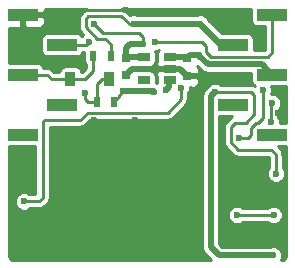
<source format=gbl>
G04 #@! TF.FileFunction,Copper,L2,Bot,Signal*
%FSLAX46Y46*%
G04 Gerber Fmt 4.6, Leading zero omitted, Abs format (unit mm)*
G04 Created by KiCad (PCBNEW 4.0.7) date 09/29/18 01:33:36*
%MOMM*%
%LPD*%
G01*
G04 APERTURE LIST*
%ADD10C,0.100000*%
%ADD11R,0.500000X0.900000*%
%ADD12R,0.750000X0.800000*%
%ADD13R,2.510000X1.000000*%
%ADD14R,1.060000X0.650000*%
%ADD15R,0.900000X1.200000*%
%ADD16C,0.600000*%
%ADD17C,0.250000*%
%ADD18C,0.500000*%
%ADD19C,0.254000*%
G04 APERTURE END LIST*
D10*
D11*
X130544000Y-105410000D03*
X129044000Y-105410000D03*
X130226500Y-101536500D03*
X128726500Y-101536500D03*
D12*
X136715500Y-103239000D03*
X136715500Y-101739000D03*
D13*
X126115000Y-100584000D03*
X126115000Y-105664000D03*
X122805000Y-98044000D03*
X122805000Y-103124000D03*
X122805000Y-108204000D03*
X143895000Y-98044000D03*
X143895000Y-103124000D03*
X143895000Y-108204000D03*
X140585000Y-100584000D03*
X140585000Y-105664000D03*
D12*
X131508500Y-103175500D03*
X131508500Y-101675500D03*
D14*
X135212000Y-101666000D03*
X135212000Y-102616000D03*
X135212000Y-103566000D03*
X133012000Y-103566000D03*
X133012000Y-101666000D03*
D15*
X130110500Y-103505000D03*
X126810500Y-103505000D03*
D16*
X128841500Y-98806000D03*
X132969000Y-100520500D03*
X144208500Y-111506000D03*
X139065000Y-104584500D03*
X143954500Y-118427500D03*
X133921500Y-104584500D03*
X131254500Y-104521000D03*
X140589000Y-98044000D03*
X125857000Y-101981000D03*
X131508500Y-97663000D03*
X122491500Y-100647500D03*
X144907000Y-109728000D03*
X139636500Y-106807000D03*
X128778000Y-114935000D03*
X125984000Y-114935000D03*
X132270500Y-106997500D03*
X132270500Y-108648500D03*
X136144000Y-111760000D03*
X136144000Y-106934000D03*
X136144000Y-108585000D03*
X128841500Y-111760000D03*
X128841500Y-106997500D03*
X128841500Y-108712000D03*
X136080500Y-114871500D03*
X122110500Y-110871000D03*
X122047000Y-118364000D03*
X137731500Y-116078000D03*
X140081000Y-116078000D03*
X144843500Y-116078000D03*
X137668000Y-118173500D03*
X125857000Y-118364000D03*
X132270500Y-114935000D03*
X132270500Y-118173500D03*
X144208500Y-104711500D03*
X144399000Y-106362500D03*
X125857000Y-110871000D03*
X128016000Y-104711500D03*
X136144000Y-104267000D03*
X122872500Y-113855500D03*
X144018000Y-114998500D03*
X140906500Y-114998500D03*
X143129000Y-104457500D03*
X141097000Y-108521500D03*
X128397000Y-100330000D03*
X133985000Y-100330000D03*
X143764000Y-107124500D03*
X143891000Y-105537000D03*
X134937500Y-104394000D03*
X137731500Y-101473000D03*
X132207000Y-98806000D03*
X137795000Y-98806000D03*
D17*
X132969000Y-100520500D02*
X132969000Y-99949000D01*
X132969000Y-99949000D02*
X132588000Y-99568000D01*
X132588000Y-99568000D02*
X129603500Y-99568000D01*
X129603500Y-99568000D02*
X128841500Y-98806000D01*
D18*
X132969000Y-100520500D02*
X131826000Y-100520500D01*
X131508500Y-100838000D02*
X131508500Y-101675500D01*
X131826000Y-100520500D02*
X131508500Y-100838000D01*
D17*
X131254500Y-104521000D02*
X130607500Y-105346500D01*
X130607500Y-105346500D02*
X130544000Y-105410000D01*
X139065000Y-104584500D02*
X142113000Y-104584500D01*
X144208500Y-109855000D02*
X144208500Y-111506000D01*
X143827500Y-109474000D02*
X144208500Y-109855000D01*
X141033500Y-109474000D02*
X143827500Y-109474000D01*
X140398500Y-108839000D02*
X141033500Y-109474000D01*
X140398500Y-107569000D02*
X140398500Y-108839000D01*
X140779500Y-107188000D02*
X140398500Y-107569000D01*
X141668500Y-107188000D02*
X140779500Y-107188000D01*
X142367000Y-106489500D02*
X141668500Y-107188000D01*
X142367000Y-104838500D02*
X142367000Y-106489500D01*
X142113000Y-104584500D02*
X142367000Y-104838500D01*
D18*
X138684000Y-110871000D02*
X138684000Y-111506000D01*
D17*
X138684000Y-110871000D02*
X138620500Y-110871000D01*
X138620500Y-110871000D02*
X138684000Y-110871000D01*
X138684000Y-111506000D02*
X138620500Y-111506000D01*
X138620500Y-111506000D02*
X138684000Y-111506000D01*
D18*
X138684000Y-104965500D02*
X139065000Y-104584500D01*
X138684000Y-111506000D02*
X138684000Y-117729000D01*
X138684000Y-117729000D02*
X139382500Y-118427500D01*
X139382500Y-118427500D02*
X143954500Y-118427500D01*
X138684000Y-104965500D02*
X138684000Y-110871000D01*
D17*
X131508500Y-101675500D02*
X131508500Y-101409500D01*
D18*
X133858000Y-104521000D02*
X131254500Y-104521000D01*
X133921500Y-104584500D02*
X133858000Y-104521000D01*
X133012000Y-101666000D02*
X131518000Y-101666000D01*
X131518000Y-101666000D02*
X131508500Y-101675500D01*
X135212000Y-102616000D02*
X132068000Y-102616000D01*
X132068000Y-102616000D02*
X131508500Y-103175500D01*
X135212000Y-102616000D02*
X136092500Y-102616000D01*
X136092500Y-102616000D02*
X136715500Y-103239000D01*
D17*
X122805000Y-98044000D02*
X122805000Y-100389500D01*
X124396500Y-101981000D02*
X125857000Y-101981000D01*
X122805000Y-100389500D02*
X124396500Y-101981000D01*
X122805000Y-98044000D02*
X127381000Y-98044000D01*
X127762000Y-97663000D02*
X131508500Y-97663000D01*
X127381000Y-98044000D02*
X127762000Y-97663000D01*
X122805000Y-98044000D02*
X122805000Y-100334000D01*
X122805000Y-100334000D02*
X122491500Y-100647500D01*
D18*
X128778000Y-114935000D02*
X132270500Y-114935000D01*
X125984000Y-114935000D02*
X125984000Y-114998500D01*
X125984000Y-114998500D02*
X125984000Y-114935000D01*
X132270500Y-106997500D02*
X132270500Y-108648500D01*
X136144000Y-111760000D02*
X136144000Y-108585000D01*
X128841500Y-111760000D02*
X128841500Y-108712000D01*
X140081000Y-116078000D02*
X144843500Y-116078000D01*
X137668000Y-118173500D02*
X132270500Y-118173500D01*
X132270500Y-114935000D02*
X132270500Y-118173500D01*
X135139000Y-102628000D02*
X135085000Y-102682000D01*
D17*
X130110500Y-103505000D02*
X129476500Y-103505000D01*
X129044000Y-103937500D02*
X129044000Y-105410000D01*
X129476500Y-103505000D02*
X129044000Y-103937500D01*
X129044000Y-105410000D02*
X128270000Y-105410000D01*
X128016000Y-105156000D02*
X128016000Y-104711500D01*
X128270000Y-105410000D02*
X128016000Y-105156000D01*
X124650500Y-106934000D02*
X127635000Y-106934000D01*
X124618750Y-106965750D02*
X124460000Y-107124500D01*
X124650500Y-106934000D02*
X124618750Y-106965750D01*
X124460000Y-107124500D02*
X124460000Y-113538000D01*
X124460000Y-113538000D02*
X124142500Y-113855500D01*
X124142500Y-113855500D02*
X122872500Y-113855500D01*
X136144000Y-105219500D02*
X136144000Y-104267000D01*
X135064500Y-106362500D02*
X136144000Y-105219500D01*
X128270000Y-106362500D02*
X135064500Y-106362500D01*
X127635000Y-106934000D02*
X128270000Y-106362500D01*
X140906500Y-114998500D02*
X144018000Y-114998500D01*
X143129000Y-104457500D02*
X143129000Y-106807000D01*
X141859000Y-108521500D02*
X141097000Y-108521500D01*
X142113000Y-108267500D02*
X141859000Y-108521500D01*
X142113000Y-107632500D02*
X142113000Y-108267500D01*
X142494000Y-107251500D02*
X142113000Y-107632500D01*
X142684500Y-107251500D02*
X142494000Y-107251500D01*
X143129000Y-106807000D02*
X142684500Y-107251500D01*
X126115000Y-100584000D02*
X128143000Y-100584000D01*
X128143000Y-100584000D02*
X128397000Y-100330000D01*
X122805000Y-103124000D02*
X124841000Y-103124000D01*
X125222000Y-103505000D02*
X126810500Y-103505000D01*
X124841000Y-103124000D02*
X125222000Y-103505000D01*
X128726500Y-101536500D02*
X128726500Y-102794500D01*
X128726500Y-102794500D02*
X128016000Y-103505000D01*
X128016000Y-103505000D02*
X126810500Y-103505000D01*
X123186000Y-103505000D02*
X122805000Y-103124000D01*
X126810500Y-103505000D02*
X127127000Y-103505000D01*
X127127000Y-103505000D02*
X126873000Y-102997000D01*
X133985000Y-100330000D02*
X137922000Y-100330000D01*
X138303000Y-101219000D02*
X138684000Y-101600000D01*
X138303000Y-100711000D02*
X138303000Y-101219000D01*
X137922000Y-100330000D02*
X138303000Y-100711000D01*
X143895000Y-98044000D02*
X143895000Y-101215000D01*
X143895000Y-101215000D02*
X143510000Y-101600000D01*
X143510000Y-101600000D02*
X138684000Y-101600000D01*
X143764000Y-105664000D02*
X143764000Y-107124500D01*
X143891000Y-105537000D02*
X143764000Y-105664000D01*
D18*
X135212000Y-103566000D02*
X135148500Y-104183000D01*
X135148500Y-104183000D02*
X134937500Y-104394000D01*
X137731500Y-101473000D02*
X136981500Y-101473000D01*
X136981500Y-101473000D02*
X136715500Y-101739000D01*
X137731500Y-101473000D02*
X137731500Y-101536500D01*
X143006000Y-102235000D02*
X143895000Y-103124000D01*
X138430000Y-102235000D02*
X143006000Y-102235000D01*
X137731500Y-101536500D02*
X138430000Y-102235000D01*
X135212000Y-101666000D02*
X136642500Y-101666000D01*
X136642500Y-101666000D02*
X136703500Y-101727000D01*
X136661500Y-101793000D02*
X136715500Y-101739000D01*
D17*
X128143000Y-99123500D02*
X129095500Y-100076000D01*
X128143000Y-98425000D02*
X128333500Y-98171000D01*
X128333500Y-98171000D02*
X131064000Y-98171000D01*
X131064000Y-98171000D02*
X131826000Y-98806000D01*
X132207000Y-98806000D02*
X131826000Y-98806000D01*
X128143000Y-98425000D02*
X128143000Y-99123500D01*
X130226500Y-100572000D02*
X130226500Y-101536500D01*
X129730500Y-100076000D02*
X130226500Y-100572000D01*
X129095500Y-100076000D02*
X129730500Y-100076000D01*
X130175000Y-101485000D02*
X130226500Y-101536500D01*
D18*
X137795000Y-98806000D02*
X132207000Y-98806000D01*
X140585000Y-100584000D02*
X139573000Y-100584000D01*
X139573000Y-100584000D02*
X137795000Y-98806000D01*
D19*
G36*
X137915933Y-102749067D02*
X138151789Y-102906660D01*
X138430000Y-102962000D01*
X142153656Y-102962000D01*
X142153656Y-103624000D01*
X142186917Y-103800765D01*
X142291385Y-103963113D01*
X142448413Y-104070406D01*
X142439278Y-104092405D01*
X142343375Y-104028325D01*
X142113000Y-103982500D01*
X139561936Y-103982500D01*
X139505710Y-103926176D01*
X139220233Y-103807635D01*
X138911123Y-103807366D01*
X138625440Y-103925408D01*
X138406676Y-104143790D01*
X138356330Y-104265037D01*
X138169933Y-104451433D01*
X138012340Y-104687289D01*
X138012340Y-104687290D01*
X137956999Y-104965500D01*
X137957000Y-104965505D01*
X137957000Y-117728995D01*
X137956999Y-117729000D01*
X137993686Y-117913433D01*
X138012340Y-118007211D01*
X138045825Y-118057325D01*
X138169933Y-118243067D01*
X138754866Y-118828000D01*
X122101369Y-118828000D01*
X121873575Y-118782689D01*
X121726550Y-118684450D01*
X121628311Y-118537426D01*
X121583000Y-118309631D01*
X121583000Y-109190344D01*
X123858000Y-109190344D01*
X123858000Y-113253500D01*
X123369436Y-113253500D01*
X123313210Y-113197176D01*
X123027733Y-113078635D01*
X122718623Y-113078366D01*
X122432940Y-113196408D01*
X122214176Y-113414790D01*
X122095635Y-113700267D01*
X122095366Y-114009377D01*
X122213408Y-114295060D01*
X122431790Y-114513824D01*
X122717267Y-114632365D01*
X123026377Y-114632634D01*
X123312060Y-114514592D01*
X123369252Y-114457500D01*
X124142500Y-114457500D01*
X124372875Y-114411675D01*
X124568178Y-114281178D01*
X124885678Y-113963678D01*
X125016175Y-113768375D01*
X125062000Y-113538000D01*
X125062000Y-107536000D01*
X127635000Y-107536000D01*
X127734964Y-107516116D01*
X127835825Y-107501514D01*
X127849626Y-107493308D01*
X127865375Y-107490175D01*
X127950114Y-107433554D01*
X128037717Y-107381463D01*
X128501009Y-106964500D01*
X135064500Y-106964500D01*
X135073075Y-106962794D01*
X135081693Y-106964254D01*
X135187944Y-106939945D01*
X135294875Y-106918675D01*
X135302145Y-106913818D01*
X135310666Y-106911868D01*
X135399538Y-106848742D01*
X135490178Y-106788178D01*
X135495035Y-106780910D01*
X135502162Y-106775847D01*
X136581662Y-105632847D01*
X136639611Y-105540515D01*
X136700175Y-105449875D01*
X136701881Y-105441300D01*
X136706527Y-105433897D01*
X136724729Y-105326435D01*
X136746000Y-105219500D01*
X136746000Y-104763936D01*
X136802324Y-104707710D01*
X136920865Y-104422233D01*
X136921064Y-104193814D01*
X137001250Y-104274000D01*
X137216810Y-104274000D01*
X137450199Y-104177327D01*
X137628827Y-103998698D01*
X137725500Y-103765309D01*
X137725500Y-103524750D01*
X137566750Y-103366000D01*
X136842500Y-103366000D01*
X136842500Y-103386000D01*
X136588500Y-103386000D01*
X136588500Y-103366000D01*
X136568500Y-103366000D01*
X136568500Y-103112000D01*
X136588500Y-103112000D01*
X136588500Y-103092000D01*
X136842500Y-103092000D01*
X136842500Y-103112000D01*
X137566750Y-103112000D01*
X137725500Y-102953250D01*
X137725500Y-102712691D01*
X137628827Y-102479302D01*
X137513853Y-102364327D01*
X137520891Y-102354025D01*
X137915933Y-102749067D01*
X137915933Y-102749067D01*
G37*
X137915933Y-102749067D02*
X138151789Y-102906660D01*
X138430000Y-102962000D01*
X142153656Y-102962000D01*
X142153656Y-103624000D01*
X142186917Y-103800765D01*
X142291385Y-103963113D01*
X142448413Y-104070406D01*
X142439278Y-104092405D01*
X142343375Y-104028325D01*
X142113000Y-103982500D01*
X139561936Y-103982500D01*
X139505710Y-103926176D01*
X139220233Y-103807635D01*
X138911123Y-103807366D01*
X138625440Y-103925408D01*
X138406676Y-104143790D01*
X138356330Y-104265037D01*
X138169933Y-104451433D01*
X138012340Y-104687289D01*
X138012340Y-104687290D01*
X137956999Y-104965500D01*
X137957000Y-104965505D01*
X137957000Y-117728995D01*
X137956999Y-117729000D01*
X137993686Y-117913433D01*
X138012340Y-118007211D01*
X138045825Y-118057325D01*
X138169933Y-118243067D01*
X138754866Y-118828000D01*
X122101369Y-118828000D01*
X121873575Y-118782689D01*
X121726550Y-118684450D01*
X121628311Y-118537426D01*
X121583000Y-118309631D01*
X121583000Y-109190344D01*
X123858000Y-109190344D01*
X123858000Y-113253500D01*
X123369436Y-113253500D01*
X123313210Y-113197176D01*
X123027733Y-113078635D01*
X122718623Y-113078366D01*
X122432940Y-113196408D01*
X122214176Y-113414790D01*
X122095635Y-113700267D01*
X122095366Y-114009377D01*
X122213408Y-114295060D01*
X122431790Y-114513824D01*
X122717267Y-114632365D01*
X123026377Y-114632634D01*
X123312060Y-114514592D01*
X123369252Y-114457500D01*
X124142500Y-114457500D01*
X124372875Y-114411675D01*
X124568178Y-114281178D01*
X124885678Y-113963678D01*
X125016175Y-113768375D01*
X125062000Y-113538000D01*
X125062000Y-107536000D01*
X127635000Y-107536000D01*
X127734964Y-107516116D01*
X127835825Y-107501514D01*
X127849626Y-107493308D01*
X127865375Y-107490175D01*
X127950114Y-107433554D01*
X128037717Y-107381463D01*
X128501009Y-106964500D01*
X135064500Y-106964500D01*
X135073075Y-106962794D01*
X135081693Y-106964254D01*
X135187944Y-106939945D01*
X135294875Y-106918675D01*
X135302145Y-106913818D01*
X135310666Y-106911868D01*
X135399538Y-106848742D01*
X135490178Y-106788178D01*
X135495035Y-106780910D01*
X135502162Y-106775847D01*
X136581662Y-105632847D01*
X136639611Y-105540515D01*
X136700175Y-105449875D01*
X136701881Y-105441300D01*
X136706527Y-105433897D01*
X136724729Y-105326435D01*
X136746000Y-105219500D01*
X136746000Y-104763936D01*
X136802324Y-104707710D01*
X136920865Y-104422233D01*
X136921064Y-104193814D01*
X137001250Y-104274000D01*
X137216810Y-104274000D01*
X137450199Y-104177327D01*
X137628827Y-103998698D01*
X137725500Y-103765309D01*
X137725500Y-103524750D01*
X137566750Y-103366000D01*
X136842500Y-103366000D01*
X136842500Y-103386000D01*
X136588500Y-103386000D01*
X136588500Y-103366000D01*
X136568500Y-103366000D01*
X136568500Y-103112000D01*
X136588500Y-103112000D01*
X136588500Y-103092000D01*
X136842500Y-103092000D01*
X136842500Y-103112000D01*
X137566750Y-103112000D01*
X137725500Y-102953250D01*
X137725500Y-102712691D01*
X137628827Y-102479302D01*
X137513853Y-102364327D01*
X137520891Y-102354025D01*
X137915933Y-102749067D01*
G36*
X140353821Y-106762322D02*
X139972822Y-107143322D01*
X139842325Y-107338625D01*
X139796500Y-107569000D01*
X139796500Y-108839000D01*
X139842325Y-109069375D01*
X139972822Y-109264678D01*
X140607822Y-109899679D01*
X140803125Y-110030175D01*
X141033500Y-110076000D01*
X143578144Y-110076000D01*
X143606500Y-110104357D01*
X143606500Y-111009064D01*
X143550176Y-111065290D01*
X143431635Y-111350767D01*
X143431366Y-111659877D01*
X143549408Y-111945560D01*
X143767790Y-112164324D01*
X144053267Y-112282865D01*
X144362377Y-112283134D01*
X144648060Y-112165092D01*
X144866824Y-111946710D01*
X144985365Y-111661233D01*
X144985634Y-111352123D01*
X144867592Y-111066440D01*
X144810500Y-111009248D01*
X144810500Y-109855000D01*
X144764675Y-109624625D01*
X144764675Y-109624624D01*
X144634178Y-109429321D01*
X144395200Y-109190344D01*
X145117000Y-109190344D01*
X145117000Y-118309631D01*
X145071689Y-118537425D01*
X144973450Y-118684450D01*
X144826426Y-118782689D01*
X144632302Y-118821302D01*
X144731365Y-118582733D01*
X144731634Y-118273623D01*
X144613592Y-117987940D01*
X144395210Y-117769176D01*
X144109733Y-117650635D01*
X143800623Y-117650366D01*
X143679290Y-117700500D01*
X139683634Y-117700500D01*
X139411000Y-117427866D01*
X139411000Y-115152377D01*
X140129366Y-115152377D01*
X140247408Y-115438060D01*
X140465790Y-115656824D01*
X140751267Y-115775365D01*
X141060377Y-115775634D01*
X141346060Y-115657592D01*
X141403252Y-115600500D01*
X143521064Y-115600500D01*
X143577290Y-115656824D01*
X143862767Y-115775365D01*
X144171877Y-115775634D01*
X144457560Y-115657592D01*
X144676324Y-115439210D01*
X144794865Y-115153733D01*
X144795134Y-114844623D01*
X144677092Y-114558940D01*
X144458710Y-114340176D01*
X144173233Y-114221635D01*
X143864123Y-114221366D01*
X143578440Y-114339408D01*
X143521248Y-114396500D01*
X141403436Y-114396500D01*
X141347210Y-114340176D01*
X141061733Y-114221635D01*
X140752623Y-114221366D01*
X140466940Y-114339408D01*
X140248176Y-114557790D01*
X140129635Y-114843267D01*
X140129366Y-115152377D01*
X139411000Y-115152377D01*
X139411000Y-106650344D01*
X140521408Y-106650344D01*
X140353821Y-106762322D01*
X140353821Y-106762322D01*
G37*
X140353821Y-106762322D02*
X139972822Y-107143322D01*
X139842325Y-107338625D01*
X139796500Y-107569000D01*
X139796500Y-108839000D01*
X139842325Y-109069375D01*
X139972822Y-109264678D01*
X140607822Y-109899679D01*
X140803125Y-110030175D01*
X141033500Y-110076000D01*
X143578144Y-110076000D01*
X143606500Y-110104357D01*
X143606500Y-111009064D01*
X143550176Y-111065290D01*
X143431635Y-111350767D01*
X143431366Y-111659877D01*
X143549408Y-111945560D01*
X143767790Y-112164324D01*
X144053267Y-112282865D01*
X144362377Y-112283134D01*
X144648060Y-112165092D01*
X144866824Y-111946710D01*
X144985365Y-111661233D01*
X144985634Y-111352123D01*
X144867592Y-111066440D01*
X144810500Y-111009248D01*
X144810500Y-109855000D01*
X144764675Y-109624625D01*
X144764675Y-109624624D01*
X144634178Y-109429321D01*
X144395200Y-109190344D01*
X145117000Y-109190344D01*
X145117000Y-118309631D01*
X145071689Y-118537425D01*
X144973450Y-118684450D01*
X144826426Y-118782689D01*
X144632302Y-118821302D01*
X144731365Y-118582733D01*
X144731634Y-118273623D01*
X144613592Y-117987940D01*
X144395210Y-117769176D01*
X144109733Y-117650635D01*
X143800623Y-117650366D01*
X143679290Y-117700500D01*
X139683634Y-117700500D01*
X139411000Y-117427866D01*
X139411000Y-115152377D01*
X140129366Y-115152377D01*
X140247408Y-115438060D01*
X140465790Y-115656824D01*
X140751267Y-115775365D01*
X141060377Y-115775634D01*
X141346060Y-115657592D01*
X141403252Y-115600500D01*
X143521064Y-115600500D01*
X143577290Y-115656824D01*
X143862767Y-115775365D01*
X144171877Y-115775634D01*
X144457560Y-115657592D01*
X144676324Y-115439210D01*
X144794865Y-115153733D01*
X144795134Y-114844623D01*
X144677092Y-114558940D01*
X144458710Y-114340176D01*
X144173233Y-114221635D01*
X143864123Y-114221366D01*
X143578440Y-114339408D01*
X143521248Y-114396500D01*
X141403436Y-114396500D01*
X141347210Y-114340176D01*
X141061733Y-114221635D01*
X140752623Y-114221366D01*
X140466940Y-114339408D01*
X140248176Y-114557790D01*
X140129635Y-114843267D01*
X140129366Y-115152377D01*
X139411000Y-115152377D01*
X139411000Y-106650344D01*
X140521408Y-106650344D01*
X140353821Y-106762322D01*
G36*
X145117000Y-107217656D02*
X144540919Y-107217656D01*
X144541134Y-106970623D01*
X144423092Y-106684940D01*
X144366000Y-106627748D01*
X144366000Y-106160714D01*
X144549324Y-105977710D01*
X144667865Y-105692233D01*
X144668134Y-105383123D01*
X144550092Y-105097440D01*
X144331710Y-104878676D01*
X144046233Y-104760135D01*
X143844731Y-104759960D01*
X143905865Y-104612733D01*
X143906134Y-104303623D01*
X143826273Y-104110344D01*
X145117000Y-104110344D01*
X145117000Y-107217656D01*
X145117000Y-107217656D01*
G37*
X145117000Y-107217656D02*
X144540919Y-107217656D01*
X144541134Y-106970623D01*
X144423092Y-106684940D01*
X144366000Y-106627748D01*
X144366000Y-106160714D01*
X144549324Y-105977710D01*
X144667865Y-105692233D01*
X144668134Y-105383123D01*
X144550092Y-105097440D01*
X144331710Y-104878676D01*
X144046233Y-104760135D01*
X143844731Y-104759960D01*
X143905865Y-104612733D01*
X143906134Y-104303623D01*
X143826273Y-104110344D01*
X145117000Y-104110344D01*
X145117000Y-107217656D01*
G36*
X134233973Y-101151785D02*
X134195656Y-101341000D01*
X134195656Y-101879318D01*
X134143673Y-101931301D01*
X134047000Y-102164690D01*
X134047000Y-102330250D01*
X134205750Y-102489000D01*
X135085000Y-102489000D01*
X135085000Y-102477344D01*
X135339000Y-102477344D01*
X135339000Y-102489000D01*
X135359000Y-102489000D01*
X135359000Y-102743000D01*
X135339000Y-102743000D01*
X135339000Y-102754656D01*
X135085000Y-102754656D01*
X135085000Y-102743000D01*
X134205750Y-102743000D01*
X134047000Y-102901750D01*
X134047000Y-103067310D01*
X134143673Y-103300699D01*
X134195656Y-103352682D01*
X134195656Y-103857016D01*
X134076733Y-103807635D01*
X134028344Y-103807593D01*
X134028344Y-103241000D01*
X133995083Y-103064235D01*
X133890615Y-102901887D01*
X133731215Y-102792973D01*
X133542000Y-102754656D01*
X132518500Y-102754656D01*
X132518500Y-102649191D01*
X132444143Y-102469678D01*
X132482000Y-102477344D01*
X133542000Y-102477344D01*
X133718765Y-102444083D01*
X133881113Y-102339615D01*
X133990027Y-102180215D01*
X134028344Y-101991000D01*
X134028344Y-101341000D01*
X133995083Y-101164235D01*
X133958238Y-101106977D01*
X134138877Y-101107134D01*
X134313893Y-101034819D01*
X134233973Y-101151785D01*
X134233973Y-101151785D01*
G37*
X134233973Y-101151785D02*
X134195656Y-101341000D01*
X134195656Y-101879318D01*
X134143673Y-101931301D01*
X134047000Y-102164690D01*
X134047000Y-102330250D01*
X134205750Y-102489000D01*
X135085000Y-102489000D01*
X135085000Y-102477344D01*
X135339000Y-102477344D01*
X135339000Y-102489000D01*
X135359000Y-102489000D01*
X135359000Y-102743000D01*
X135339000Y-102743000D01*
X135339000Y-102754656D01*
X135085000Y-102754656D01*
X135085000Y-102743000D01*
X134205750Y-102743000D01*
X134047000Y-102901750D01*
X134047000Y-103067310D01*
X134143673Y-103300699D01*
X134195656Y-103352682D01*
X134195656Y-103857016D01*
X134076733Y-103807635D01*
X134028344Y-103807593D01*
X134028344Y-103241000D01*
X133995083Y-103064235D01*
X133890615Y-102901887D01*
X133731215Y-102792973D01*
X133542000Y-102754656D01*
X132518500Y-102754656D01*
X132518500Y-102649191D01*
X132444143Y-102469678D01*
X132482000Y-102477344D01*
X133542000Y-102477344D01*
X133718765Y-102444083D01*
X133881113Y-102339615D01*
X133990027Y-102180215D01*
X134028344Y-101991000D01*
X134028344Y-101341000D01*
X133995083Y-101164235D01*
X133958238Y-101106977D01*
X134138877Y-101107134D01*
X134313893Y-101034819D01*
X134233973Y-101151785D01*
G36*
X131635500Y-103048500D02*
X131655500Y-103048500D01*
X131655500Y-103302500D01*
X131635500Y-103302500D01*
X131635500Y-103322500D01*
X131381500Y-103322500D01*
X131381500Y-103302500D01*
X131361500Y-103302500D01*
X131361500Y-103048500D01*
X131381500Y-103048500D01*
X131381500Y-103028500D01*
X131635500Y-103028500D01*
X131635500Y-103048500D01*
X131635500Y-103048500D01*
G37*
X131635500Y-103048500D02*
X131655500Y-103048500D01*
X131655500Y-103302500D01*
X131635500Y-103302500D01*
X131635500Y-103322500D01*
X131381500Y-103322500D01*
X131381500Y-103302500D01*
X131361500Y-103302500D01*
X131361500Y-103048500D01*
X131381500Y-103048500D01*
X131381500Y-103028500D01*
X131635500Y-103028500D01*
X131635500Y-103048500D01*
G36*
X128177159Y-97600099D02*
X128103125Y-97614825D01*
X128067361Y-97638722D01*
X128026785Y-97652995D01*
X127970584Y-97703386D01*
X127907822Y-97745322D01*
X127883926Y-97781085D01*
X127851900Y-97809800D01*
X127661400Y-98063800D01*
X127628760Y-98131865D01*
X127586825Y-98194625D01*
X127578434Y-98236811D01*
X127559835Y-98275595D01*
X127555727Y-98350964D01*
X127541000Y-98425000D01*
X127541000Y-99123500D01*
X127586825Y-99353875D01*
X127717322Y-99549178D01*
X127898194Y-99730050D01*
X127783039Y-99845005D01*
X127718615Y-99744887D01*
X127559215Y-99635973D01*
X127370000Y-99597656D01*
X124860000Y-99597656D01*
X124683235Y-99630917D01*
X124520887Y-99735385D01*
X124411973Y-99894785D01*
X124373656Y-100084000D01*
X124373656Y-101084000D01*
X124406917Y-101260765D01*
X124511385Y-101423113D01*
X124670785Y-101532027D01*
X124860000Y-101570344D01*
X127370000Y-101570344D01*
X127546765Y-101537083D01*
X127709113Y-101432615D01*
X127818027Y-101273215D01*
X127835688Y-101186000D01*
X127990156Y-101186000D01*
X127990156Y-101986500D01*
X128023417Y-102163265D01*
X128124500Y-102320353D01*
X128124500Y-102545144D01*
X127766644Y-102903000D01*
X127746468Y-102903000D01*
X127713583Y-102728235D01*
X127609115Y-102565887D01*
X127449715Y-102456973D01*
X127260500Y-102418656D01*
X127005961Y-102418656D01*
X126830325Y-102396515D01*
X126749474Y-102418656D01*
X126360500Y-102418656D01*
X126183735Y-102451917D01*
X126021387Y-102556385D01*
X125912473Y-102715785D01*
X125874561Y-102903000D01*
X125471357Y-102903000D01*
X125266678Y-102698322D01*
X125071375Y-102567825D01*
X124841000Y-102522000D01*
X124527151Y-102522000D01*
X124513083Y-102447235D01*
X124408615Y-102284887D01*
X124249215Y-102175973D01*
X124060000Y-102137656D01*
X121583000Y-102137656D01*
X121583000Y-99179000D01*
X122519250Y-99179000D01*
X122678000Y-99020250D01*
X122678000Y-98171000D01*
X122932000Y-98171000D01*
X122932000Y-99020250D01*
X123090750Y-99179000D01*
X124186309Y-99179000D01*
X124419698Y-99082327D01*
X124598327Y-98903699D01*
X124695000Y-98670310D01*
X124695000Y-98329750D01*
X124536250Y-98171000D01*
X122932000Y-98171000D01*
X122678000Y-98171000D01*
X122658000Y-98171000D01*
X122658000Y-97917000D01*
X122678000Y-97917000D01*
X122678000Y-97897000D01*
X122932000Y-97897000D01*
X122932000Y-97917000D01*
X124536250Y-97917000D01*
X124695000Y-97758250D01*
X124695000Y-97580000D01*
X128234295Y-97580000D01*
X128177159Y-97600099D01*
X128177159Y-97600099D01*
G37*
X128177159Y-97600099D02*
X128103125Y-97614825D01*
X128067361Y-97638722D01*
X128026785Y-97652995D01*
X127970584Y-97703386D01*
X127907822Y-97745322D01*
X127883926Y-97781085D01*
X127851900Y-97809800D01*
X127661400Y-98063800D01*
X127628760Y-98131865D01*
X127586825Y-98194625D01*
X127578434Y-98236811D01*
X127559835Y-98275595D01*
X127555727Y-98350964D01*
X127541000Y-98425000D01*
X127541000Y-99123500D01*
X127586825Y-99353875D01*
X127717322Y-99549178D01*
X127898194Y-99730050D01*
X127783039Y-99845005D01*
X127718615Y-99744887D01*
X127559215Y-99635973D01*
X127370000Y-99597656D01*
X124860000Y-99597656D01*
X124683235Y-99630917D01*
X124520887Y-99735385D01*
X124411973Y-99894785D01*
X124373656Y-100084000D01*
X124373656Y-101084000D01*
X124406917Y-101260765D01*
X124511385Y-101423113D01*
X124670785Y-101532027D01*
X124860000Y-101570344D01*
X127370000Y-101570344D01*
X127546765Y-101537083D01*
X127709113Y-101432615D01*
X127818027Y-101273215D01*
X127835688Y-101186000D01*
X127990156Y-101186000D01*
X127990156Y-101986500D01*
X128023417Y-102163265D01*
X128124500Y-102320353D01*
X128124500Y-102545144D01*
X127766644Y-102903000D01*
X127746468Y-102903000D01*
X127713583Y-102728235D01*
X127609115Y-102565887D01*
X127449715Y-102456973D01*
X127260500Y-102418656D01*
X127005961Y-102418656D01*
X126830325Y-102396515D01*
X126749474Y-102418656D01*
X126360500Y-102418656D01*
X126183735Y-102451917D01*
X126021387Y-102556385D01*
X125912473Y-102715785D01*
X125874561Y-102903000D01*
X125471357Y-102903000D01*
X125266678Y-102698322D01*
X125071375Y-102567825D01*
X124841000Y-102522000D01*
X124527151Y-102522000D01*
X124513083Y-102447235D01*
X124408615Y-102284887D01*
X124249215Y-102175973D01*
X124060000Y-102137656D01*
X121583000Y-102137656D01*
X121583000Y-99179000D01*
X122519250Y-99179000D01*
X122678000Y-99020250D01*
X122678000Y-98171000D01*
X122932000Y-98171000D01*
X122932000Y-99020250D01*
X123090750Y-99179000D01*
X124186309Y-99179000D01*
X124419698Y-99082327D01*
X124598327Y-98903699D01*
X124695000Y-98670310D01*
X124695000Y-98329750D01*
X124536250Y-98171000D01*
X122932000Y-98171000D01*
X122678000Y-98171000D01*
X122658000Y-98171000D01*
X122658000Y-97917000D01*
X122678000Y-97917000D01*
X122678000Y-97897000D01*
X122932000Y-97897000D01*
X122932000Y-97917000D01*
X124536250Y-97917000D01*
X124695000Y-97758250D01*
X124695000Y-97580000D01*
X128234295Y-97580000D01*
X128177159Y-97600099D01*
G36*
X142153656Y-98544000D02*
X142186917Y-98720765D01*
X142291385Y-98883113D01*
X142450785Y-98992027D01*
X142640000Y-99030344D01*
X143293000Y-99030344D01*
X143293000Y-100965644D01*
X143260644Y-100998000D01*
X142326344Y-100998000D01*
X142326344Y-100084000D01*
X142293083Y-99907235D01*
X142188615Y-99744887D01*
X142029215Y-99635973D01*
X141840000Y-99597656D01*
X139614789Y-99597656D01*
X138503746Y-98486612D01*
X138454092Y-98366440D01*
X138235710Y-98147676D01*
X137950233Y-98029135D01*
X137641123Y-98028866D01*
X137519790Y-98079000D01*
X132482321Y-98079000D01*
X132362233Y-98029135D01*
X132053123Y-98028866D01*
X131906495Y-98089451D01*
X131449391Y-97708531D01*
X131369755Y-97665192D01*
X131294375Y-97614825D01*
X131267313Y-97609442D01*
X131243076Y-97596252D01*
X131152924Y-97586688D01*
X131119300Y-97580000D01*
X142153656Y-97580000D01*
X142153656Y-98544000D01*
X142153656Y-98544000D01*
G37*
X142153656Y-98544000D02*
X142186917Y-98720765D01*
X142291385Y-98883113D01*
X142450785Y-98992027D01*
X142640000Y-99030344D01*
X143293000Y-99030344D01*
X143293000Y-100965644D01*
X143260644Y-100998000D01*
X142326344Y-100998000D01*
X142326344Y-100084000D01*
X142293083Y-99907235D01*
X142188615Y-99744887D01*
X142029215Y-99635973D01*
X141840000Y-99597656D01*
X139614789Y-99597656D01*
X138503746Y-98486612D01*
X138454092Y-98366440D01*
X138235710Y-98147676D01*
X137950233Y-98029135D01*
X137641123Y-98028866D01*
X137519790Y-98079000D01*
X132482321Y-98079000D01*
X132362233Y-98029135D01*
X132053123Y-98028866D01*
X131906495Y-98089451D01*
X131449391Y-97708531D01*
X131369755Y-97665192D01*
X131294375Y-97614825D01*
X131267313Y-97609442D01*
X131243076Y-97596252D01*
X131152924Y-97586688D01*
X131119300Y-97580000D01*
X142153656Y-97580000D01*
X142153656Y-98544000D01*
M02*

</source>
